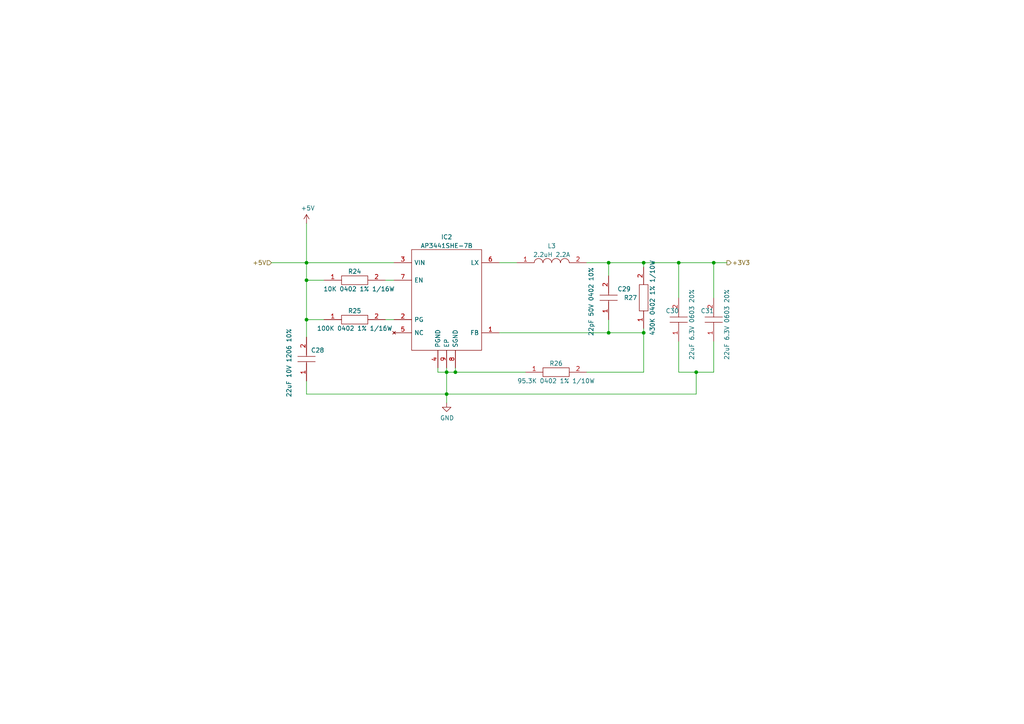
<source format=kicad_sch>
(kicad_sch (version 20231120) (generator "eeschema") (generator_version "8.0")
  (paper "A4")
  (title_block (date "2024-06-23") (rev "3.0") (comment 1 "info@vng.com.pl"))
  (lib_symbols
    (symbol "global_lib:1239AS-H-2R2M=P2" (pin_names (offset 0.762))
      (property "Reference" "L" (at 16.51 6.35 0))
      (property "Value" "1239AS-H-2R2M=P2" (at 16.51 3.81 0))
      (symbol "1239AS-H-2R2M=P2_0_0"
        (pin passive line (at 0 0 0) (length 5.08) (name "~") (number "1"))
        (pin passive line (at 20.32 0 180) (length 5.08) (name "~") (number "2"))
      )
      (symbol "1239AS-H-2R2M=P2_0_1"
        (arc (start 7.62 0) (mid 6.35 1.2202) (end 5.08 0) (stroke (width 0.1524)))
        (arc (start 10.16 0) (mid 8.89 1.2202) (end 7.62 0) (stroke (width 0.1524)))
        (arc (start 12.7 0) (mid 11.43 1.2202) (end 10.16 0) (stroke (width 0.1524)))
        (arc (start 15.24 0) (mid 13.97 1.2202) (end 12.7 0) (stroke (width 0.1524)))
      )
    )
    (symbol "global_lib:AC0402FR-0710KL" (pin_names (offset 0.762))
      (property "Reference" "R" (at 13.97 6.35 0))
      (property "Value" "AC0402FR-0710KL" (at 13.97 3.81 0))
      (symbol "AC0402FR-0710KL_0_0"
        (pin passive line (at 0 0 0) (length 5.08) (name "~") (number "1"))
        (pin passive line (at 17.78 0 180) (length 5.08) (name "~") (number "2"))
      )
      (symbol "AC0402FR-0710KL_0_1"
        (polyline (pts (xy 5.08 1.27) (xy 12.7 1.27) (xy 12.7 -1.27) (xy 5.08 -1.27) (xy 5.08 1.27)) (stroke (width 0.1524)))
      )
    )
    (symbol "global_lib:AP3441SHE-7B" (pin_names (offset 0.762))
      (property "Reference" "IC" (at 26.67 7.62 0))
      (property "Value" "AP3441SHE-7B" (at 26.67 5.08 0))
      (symbol "AP3441SHE-7B_0_0"
        (pin passive line (at 30.48 -10.16 180) (length 5.08) (name "FB") (number "1"))
        (pin passive line (at 0 -6.35 0) (length 5.08) (name "PG") (number "2"))
        (pin passive line (at 0 10.16 0) (length 5.08) (name "VIN") (number "3"))
        (pin passive line (at 12.7 -20.32 90) (length 5.08) (name "PGND") (number "4"))
        (pin no_connect line (at 0 -10.16 0) (length 5.08) (name "NC") (number "5"))
        (pin passive line (at 30.48 10.16 180) (length 5.08) (name "LX") (number "6"))
        (pin passive line (at 0 5.08 0) (length 5.08) (name "EN") (number "7"))
        (pin passive line (at 17.78 -20.32 90) (length 5.08) (name "SGND") (number "8"))
        (pin passive line (at 15.24 -20.32 90) (length 5.08) (name "EP") (number "9"))
      )
      (symbol "AP3441SHE-7B_0_1"
        (polyline (pts (xy 5.08 13.97) (xy 25.4 13.97) (xy 25.4 -15.24) (xy 5.08 -15.24) (xy 5.08 13.97)) (stroke (width 0.1524)))
      )
    )
    (symbol "global_lib:C0402C220K5RACTU" (pin_names (offset 0.762))
      (property "Reference" "C" (at 8.89 6.35 0))
      (property "Value" "C0402C220K5RACTU" (at 8.89 3.81 0))
      (symbol "C0402C220K5RACTU_0_0"
        (pin passive line (at 0 0 0) (length 5.08) (name "~") (number "1"))
        (pin passive line (at 12.7 0 180) (length 5.08) (name "~") (number "2"))
      )
      (symbol "C0402C220K5RACTU_0_1"
        (polyline (pts (xy 5.08 0) (xy 5.588 0)) (stroke (width 0.1524)))
        (polyline (pts (xy 5.588 2.54) (xy 5.588 -2.54)) (stroke (width 0.1524)))
        (polyline (pts (xy 7.112 0) (xy 7.62 0)) (stroke (width 0.1524)))
        (polyline (pts (xy 7.112 2.54) (xy 7.112 -2.54)) (stroke (width 0.1524)))
      )
    )
    (symbol "global_lib:ERJ-U02F4303X" (pin_names (offset 0.762))
      (property "Reference" "R" (at 13.97 6.35 0))
      (property "Value" "ERJ-U02F4303X" (at 13.97 3.81 0))
      (symbol "ERJ-U02F4303X_0_0"
        (pin passive line (at 0 0 0) (length 5.08) (name "~") (number "1"))
        (pin passive line (at 17.78 0 180) (length 5.08) (name "~") (number "2"))
      )
      (symbol "ERJ-U02F4303X_0_1"
        (polyline (pts (xy 5.08 1.27) (xy 12.7 1.27) (xy 12.7 -1.27) (xy 5.08 -1.27) (xy 5.08 1.27)) (stroke (width 0.1524)))
      )
    )
    (symbol "global_lib:ERJ-U02F9532X" (pin_names (offset 0.762))
      (property "Reference" "R" (at 13.97 6.35 0))
      (property "Value" "ERJ-U02F9532X" (at 13.97 3.81 0))
      (symbol "ERJ-U02F9532X_0_0"
        (pin passive line (at 0 0 0) (length 5.08) (name "~") (number "1"))
        (pin passive line (at 17.78 0 180) (length 5.08) (name "~") (number "2"))
      )
      (symbol "ERJ-U02F9532X_0_1"
        (polyline (pts (xy 5.08 1.27) (xy 12.7 1.27) (xy 12.7 -1.27) (xy 5.08 -1.27) (xy 5.08 1.27)) (stroke (width 0.1524)))
      )
    )
    (symbol "global_lib:GRM188R60J226MEA0D" (pin_names (offset 0.762))
      (property "Reference" "C" (at 8.89 6.35 0))
      (property "Value" "GRM188R60J226MEA0D" (at 8.89 3.81 0))
      (symbol "GRM188R60J226MEA0D_0_0"
        (pin passive line (at 0 0 0) (length 5.08) (name "~") (number "1"))
        (pin passive line (at 12.7 0 180) (length 5.08) (name "~") (number "2"))
      )
      (symbol "GRM188R60J226MEA0D_0_1"
        (polyline (pts (xy 5.08 0) (xy 5.588 0)) (stroke (width 0.1524)))
        (polyline (pts (xy 5.588 2.54) (xy 5.588 -2.54)) (stroke (width 0.1524)))
        (polyline (pts (xy 7.112 0) (xy 7.62 0)) (stroke (width 0.1524)))
        (polyline (pts (xy 7.112 2.54) (xy 7.112 -2.54)) (stroke (width 0.1524)))
      )
    )
    (symbol "global_lib:GRM31CR71A226KE15L" (pin_names (offset 0.762))
      (property "Reference" "C" (at 8.89 6.35 0))
      (property "Value" "GRM31CR71A226KE15L" (at 8.89 3.81 0))
      (symbol "GRM31CR71A226KE15L_0_0"
        (pin passive line (at 0 0 0) (length 5.08) (name "~") (number "1"))
        (pin passive line (at 12.7 0 180) (length 5.08) (name "~") (number "2"))
      )
      (symbol "GRM31CR71A226KE15L_0_1"
        (polyline (pts (xy 5.08 0) (xy 5.588 0)) (stroke (width 0.1524)))
        (polyline (pts (xy 5.588 2.54) (xy 5.588 -2.54)) (stroke (width 0.1524)))
        (polyline (pts (xy 7.112 0) (xy 7.62 0)) (stroke (width 0.1524)))
        (polyline (pts (xy 7.112 2.54) (xy 7.112 -2.54)) (stroke (width 0.1524)))
      )
    )
    (symbol "global_lib:SFR01MZPF1003" (pin_names (offset 0.762))
      (property "Reference" "R" (at 13.97 6.35 0))
      (property "Value" "SFR01MZPF1003" (at 13.97 3.81 0))
      (symbol "SFR01MZPF1003_0_0"
        (pin passive line (at 0 0 0) (length 5.08) (name "~") (number "1"))
        (pin passive line (at 17.78 0 180) (length 5.08) (name "~") (number "2"))
      )
      (symbol "SFR01MZPF1003_0_1"
        (polyline (pts (xy 5.08 1.27) (xy 12.7 1.27) (xy 12.7 -1.27) (xy 5.08 -1.27) (xy 5.08 1.27)) (stroke (width 0.1524)))
      )
    )
    (symbol "power:+5V" (power) (pin_names (offset 0))
      (property "Value" "+5V" (at 0 3.556 0))
      (symbol "+5V_0_1"
        (polyline (pts (xy -0.762 1.27) (xy 0 2.54)))
        (polyline (pts (xy 0 0) (xy 0 2.54)))
        (polyline (pts (xy 0 2.54) (xy 0.762 1.27)))
      )
      (symbol "+5V_1_1"
        (pin power_in line (at 0 0 90) (length 0) hide (name "+5V") (number "1"))
      )
    )
    (symbol "power:GND" (power) (pin_names (offset 0))
      (property "Value" "GND" (at 0 -3.81 0))
      (symbol "GND_0_1"
        (polyline (pts (xy 0 0) (xy 0 -1.27) (xy 1.27 -1.27) (xy 0 -2.54) (xy -1.27 -1.27) (xy 0 -1.27)))
      )
      (symbol "GND_1_1"
        (pin power_in line (at 0 0 270) (length 0) hide (name "GND") (number "1"))
      )
    )
  )
  (junction (at 186.69 96.52))
  (junction (at 176.53 76.2))
  (junction (at 201.93 107.95))
  (junction (at 88.9 81.28))
  (junction (at 176.53 96.52))
  (junction (at 132.08 107.95))
  (junction (at 88.9 92.71))
  (junction (at 186.69 76.2))
  (junction (at 207.01 76.2))
  (junction (at 129.54 107.95))
  (junction (at 129.54 114.3))
  (junction (at 196.85 76.2))
  (junction (at 88.9 76.2))
  (wire (pts (xy 129.54 114.3) (xy 129.54 116.84)))
  (wire (pts (xy 93.98 81.28) (xy 88.9 81.28)))
  (wire (pts (xy 144.78 96.52) (xy 176.53 96.52)))
  (wire (pts (xy 111.76 81.28) (xy 114.3 81.28)))
  (wire (pts (xy 196.85 76.2) (xy 207.01 76.2)))
  (wire (pts (xy 201.93 107.95) (xy 196.85 107.95)))
  (wire (pts (xy 78.74 76.2) (xy 88.9 76.2)))
  (wire (pts (xy 186.69 76.2) (xy 196.85 76.2)))
  (wire (pts (xy 132.08 107.95) (xy 152.4 107.95)))
  (wire (pts (xy 201.93 107.95) (xy 207.01 107.95)))
  (wire (pts (xy 88.9 64.77) (xy 88.9 76.2)))
  (wire (pts (xy 196.85 86.36) (xy 196.85 76.2)))
  (wire (pts (xy 207.01 86.36) (xy 207.01 76.2)))
  (wire (pts (xy 207.01 107.95) (xy 207.01 99.06)))
  (wire (pts (xy 207.01 76.2) (xy 210.82 76.2)))
  (wire (pts (xy 196.85 107.95) (xy 196.85 99.06)))
  (wire (pts (xy 186.69 77.47) (xy 186.69 76.2)))
  (wire (pts (xy 88.9 110.49) (xy 88.9 114.3)))
  (wire (pts (xy 88.9 92.71) (xy 88.9 97.79)))
  (wire (pts (xy 88.9 76.2) (xy 114.3 76.2)))
  (wire (pts (xy 186.69 96.52) (xy 186.69 95.25)))
  (wire (pts (xy 129.54 107.95) (xy 132.08 107.95)))
  (wire (pts (xy 170.18 76.2) (xy 176.53 76.2)))
  (wire (pts (xy 186.69 107.95) (xy 170.18 107.95)))
  (wire (pts (xy 176.53 96.52) (xy 186.69 96.52)))
  (wire (pts (xy 127 107.95) (xy 129.54 107.95)))
  (wire (pts (xy 176.53 76.2) (xy 186.69 76.2)))
  (wire (pts (xy 129.54 106.68) (xy 129.54 107.95)))
  (wire (pts (xy 129.54 107.95) (xy 129.54 114.3)))
  (wire (pts (xy 144.78 76.2) (xy 149.86 76.2)))
  (wire (pts (xy 88.9 92.71) (xy 88.9 81.28)))
  (wire (pts (xy 127 106.68) (xy 127 107.95)))
  (wire (pts (xy 186.69 96.52) (xy 186.69 107.95)))
  (wire (pts (xy 129.54 114.3) (xy 201.93 114.3)))
  (wire (pts (xy 176.53 92.71) (xy 176.53 96.52)))
  (wire (pts (xy 111.76 92.71) (xy 114.3 92.71)))
  (wire (pts (xy 176.53 80.01) (xy 176.53 76.2)))
  (wire (pts (xy 88.9 81.28) (xy 88.9 76.2)))
  (wire (pts (xy 129.54 114.3) (xy 88.9 114.3)))
  (wire (pts (xy 201.93 114.3) (xy 201.93 107.95)))
  (wire (pts (xy 132.08 106.68) (xy 132.08 107.95)))
  (wire (pts (xy 93.98 92.71) (xy 88.9 92.71)))
  (hierarchical_label "+3V3" (shape output) (at 210.82 76.2 0))
  (hierarchical_label "+5V" (shape input) (at 78.74 76.2 180))
  (symbol (lib_id "power:+5V") (at 88.9 64.77 0) (unit 1)
    (property "Reference" "#PWR039" (effects (hide yes)))
    (property "Value" "+5V" (at 89.281 60.3758 0))
  )
  (symbol (lib_id "power:GND") (at 129.54 116.84 0) (unit 1)
    (property "Reference" "#PWR040" (effects (hide yes)))
    (property "Value" "GND" (at 129.667 121.2342 0))
  )
  (symbol (lib_id "global_lib:GRM188R60J226MEA0D") (at 196.85 99.06 90) (unit 1)
    (property "Reference" "C30" (at 193.04 90.17 90) (effects (justify right)))
    (property "Value" "22uF 6.3V 0603 20%" (at 200.66 83.82 0) (effects (justify right)))
    (property "Footprint" "C_0603_1608Metric" (effects (hide yes)))
    (property "Datasheet" "https://psearch.en.murata.com/capacitor/product/GRM188R60J226MEA0%23.html" (effects (hide yes)))
    (property "Description" "Multilayer Ceramic Capacitors MLCC - SMD/SMT 0603 22uF 6.3volts *Derate Voltage/Temp" (effects (hide yes)))
    (property "Height" "0.9" (effects (hide yes)))
    (property "Manufacturer_Name" "Murata Electronics" (effects (hide yes)))
    (property "Manufacturer_Part_Number" "GRM188R60J226MEA0D" (effects (hide yes)))
    (property "Mouser Part Number" "81-GRM188R60J226ME0D" (effects (hide yes)))
    (property "Mouser Price/Stock" "https://www.mouser.co.uk/ProductDetail/Murata-Electronics/GRM188R60J226MEA0D?qs=p%2FZgMVRdWRkAKoLX3oNjgw%3D%3D" (effects (hide yes)))
    (property "Arrow Part Number" "GRM188R60J226MEA0D" (effects (hide yes)))
    (property "Arrow Price/Stock" "https://www.arrow.com/en/products/grm188r60j226mea0d/murata-manufacturing?region=nac" (effects (hide yes)))
  )
  (symbol (lib_id "global_lib:GRM31CR71A226KE15L") (at 88.9 110.49 90) (unit 1)
    (property "Reference" "C28" (at 90.17 101.6 90) (effects (justify right)))
    (property "Value" "22uF 10V 1206 10%" (at 83.82 95.25 0) (effects (justify right)))
    (property "Footprint" "C_1206_3216Metric" (effects (hide yes)))
    (property "Datasheet" "https://datasheet.datasheetarchive.com/originals/distributors/Datasheets_SAMA/ec4f1577dddcc7a13ddad897a28002d3.pdf" (effects (hide yes)))
    (property "Description" "Ceramic  SMT capacitor 22uF 10Vdc Murata 1206 GRM 22uF Ceramic Multilayer Capacitor, 10 V dc, +125C, X7R Dielectric, +/-10%" (effects (hide yes)))
    (property "Height" "1.8" (effects (hide yes)))
    (property "Manufacturer_Name" "Murata Electronics" (effects (hide yes)))
    (property "Manufacturer_Part_Number" "GRM31CR71A226KE15L" (effects (hide yes)))
    (property "Mouser Part Number" "81-GRM31CR71A226K15L" (effects (hide yes)))
    (property "Mouser Price/Stock" "https://www.mouser.co.uk/ProductDetail/Murata-Electronics/GRM31CR71A226KE15L?qs=%2FBLjsTEvPnhfnPGA5Hlk4g%3D%3D" (effects (hide yes)))
    (property "Arrow Part Number" "GRM31CR71A226KE15L" (effects (hide yes)))
    (property "Arrow Price/Stock" "https://www.arrow.com/en/products/grm31cr71a226ke15l/murata-manufacturing?region=nac" (effects (hide yes)))
  )
  (symbol (lib_id "global_lib:GRM188R60J226MEA0D") (at 207.01 99.06 90) (unit 1)
    (property "Reference" "C31" (at 203.2 90.17 90) (effects (justify right)))
    (property "Value" "22uF 6.3V 0603 20%" (at 210.82 83.82 0) (effects (justify right)))
    (property "Footprint" "C_0603_1608Metric" (effects (hide yes)))
    (property "Datasheet" "https://psearch.en.murata.com/capacitor/product/GRM188R60J226MEA0%23.html" (effects (hide yes)))
    (property "Description" "Multilayer Ceramic Capacitors MLCC - SMD/SMT 0603 22uF 6.3volts *Derate Voltage/Temp" (effects (hide yes)))
    (property "Height" "0.9" (effects (hide yes)))
    (property "Manufacturer_Name" "Murata Electronics" (effects (hide yes)))
    (property "Manufacturer_Part_Number" "GRM188R60J226MEA0D" (effects (hide yes)))
    (property "Mouser Part Number" "81-GRM188R60J226ME0D" (effects (hide yes)))
    (property "Mouser Price/Stock" "https://www.mouser.co.uk/ProductDetail/Murata-Electronics/GRM188R60J226MEA0D?qs=p%2FZgMVRdWRkAKoLX3oNjgw%3D%3D" (effects (hide yes)))
    (property "Arrow Part Number" "GRM188R60J226MEA0D" (effects (hide yes)))
    (property "Arrow Price/Stock" "https://www.arrow.com/en/products/grm188r60j226mea0d/murata-manufacturing?region=nac" (effects (hide yes)))
  )
  (symbol (lib_id "global_lib:AP3441SHE-7B") (at 114.3 86.36 0) (unit 1) (in_bom no)
    (property "Reference" "IC2" (at 129.54 68.741 0))
    (property "Value" "AP3441SHE-7B" (at 129.54 71.2779 0))
    (property "Footprint" "SON50P201X201X60-9N-D" (effects (hide yes)))
    (property "Datasheet" "https://www.diodes.com/assets/Datasheets/AP3441-L.pdf" (effects (hide yes)))
    (property "Description" "Switching Voltage Regulators DCDC Conv LV Buck" (effects (hide yes)))
    (property "Height" "0.6" (effects (hide yes)))
    (property "Manufacturer_Name" "Diodes Inc." (effects (hide yes)))
    (property "Manufacturer_Part_Number" "AP3441SHE-7B" (effects (hide yes)))
    (property "Mouser Part Number" "621-AP3441SHE-7B" (effects (hide yes)))
    (property "Mouser Price/Stock" "https://www.mouser.co.uk/ProductDetail/Diodes-Incorporated/AP3441SHE-7B?qs=wUXugUrL1qwsM8sMU6r4Ag%3D%3D" (effects (hide yes)))
  )
  (symbol (lib_id "global_lib:C0402C220K5RACTU") (at 176.53 92.71 90) (unit 1)
    (property "Reference" "C29" (at 179.07 83.82 90) (effects (justify right)))
    (property "Value" "22pF 50V 0402 10%" (at 171.45 77.47 0) (effects (justify right)))
    (property "Footprint" "C_0402_1005Metric" (effects (hide yes)))
    (property "Datasheet" "https://content.kemet.com/datasheets/KEM_C1002_X7R_SMD.pdf" (effects (hide yes)))
    (property "Description" "Multilayer Ceramic Capacitors MLCC - SMD/SMT 50V 22pF X7R 0402 0.1" (effects (hide yes)))
    (property "Height" "0.55" (effects (hide yes)))
    (property "Manufacturer_Name" "Kemet" (effects (hide yes)))
    (property "Manufacturer_Part_Number" "C0402C220K5RACTU" (effects (hide yes)))
    (property "Mouser Part Number" "80-C0402C220K5RACTU" (effects (hide yes)))
    (property "Mouser Price/Stock" "https://www.mouser.co.uk/ProductDetail/KEMET/C0402C220K5RACTU?qs=Em4Ro3wiPJgdnID6FiQp3A%3D%3D" (effects (hide yes)))
    (property "Arrow Part Number" "C0402C220K5RACTU" (effects (hide yes)))
    (property "Arrow Price/Stock" "https://www.arrow.com/en/products/c0402c220k5ractu/kemet-corporation?region=nac" (effects (hide yes)))
  )
  (symbol (lib_id "global_lib:ERJ-U02F4303X") (at 186.69 95.25 90) (unit 1)
    (property "Reference" "R27" (at 182.88 86.36 90))
    (property "Value" "430K 0402 1% 1/10W" (at 189.23 86.36 0))
    (property "Footprint" "R_0402_1005Metric" (effects (hide yes)))
    (property "Datasheet" "https://industrial.panasonic.com/cdbs/www-data/pdf/RDP0000/AOA0000C334.pdf" (effects (hide yes)))
    (property "Description" "Anti-Sulfurated Thick Film Chip Resistor, 0402, 0.1W" (effects (hide yes)))
    (property "Height" "0.4" (effects (hide yes)))
    (property "Manufacturer_Name" "Panasonic" (effects (hide yes)))
    (property "Manufacturer_Part_Number" "ERJ-U02F4303X" (effects (hide yes)))
  )
  (symbol (lib_id "global_lib:1239AS-H-2R2M=P2") (at 149.86 76.2 0) (unit 1)
    (property "Reference" "L3" (at 160.02 71.3308 0))
    (property "Value" "2.2uH 2.2A" (at 160.02 73.8677 0))
    (property "Footprint" "DFE2HCAH1R0MJ0L" (effects (hide yes)))
    (property "Datasheet" "https://psearch.en.murata.com/inductor/product/1239AS-H-2R2M%23.html" (effects (hide yes)))
    (property "Description" "DFE252012C Series Inductor 2.2uH +/-20% 1008 (2520)" (effects (hide yes)))
    (property "Height" "1.2" (effects (hide yes)))
    (property "Manufacturer_Name" "Murata Electronics" (effects (hide yes)))
    (property "Manufacturer_Part_Number" "1239AS-H-2R2M=P2" (effects (hide yes)))
    (property "Mouser Part Number" "81-1239AS-H-2R2MP2" (effects (hide yes)))
    (property "Mouser Price/Stock" "https://www.mouser.co.uk/ProductDetail/Murata-Electronics/1239AS-H-2R2M%3dP2?qs=KuGPmAKtFKVJBsDE%2Fj0xzA%3D%3D" (effects (hide yes)))
    (property "Arrow Part Number" "1239AS-H-2R2M=P2" (effects (hide yes)))
    (property "Arrow Price/Stock" "https://www.arrow.com/en/products/1239as-h-2r2mp2/murata-manufacturing?region=nac" (effects (hide yes)))
  )
  (symbol (lib_id "global_lib:AC0402FR-0710KL") (at 93.98 81.28 0) (unit 1)
    (property "Reference" "R24" (at 102.87 78.74 0))
    (property "Value" "10K 0402 1% 1/16W" (at 104.14 83.82 0))
    (property "Footprint" "R_0402_1005Metric" (effects (hide yes)))
    (property "Datasheet" "https://www.yageo.com/upload/media/product/productsearch/datasheet/rchip/PYu-AC_51_RoHS_L_7.pdf" (effects (hide yes)))
    (property "Description" "Yageo 10k, 0402 Thick Film Resistor 1% 0.0625W - AC0402FR-0710KL" (effects (hide yes)))
    (property "Height" "0.37" (effects (hide yes)))
    (property "Manufacturer_Name" "YAGEO (PHYCOMP)" (effects (hide yes)))
    (property "Manufacturer_Part_Number" "AC0402FR-0710KL" (effects (hide yes)))
    (property "Mouser Part Number" "603-AC0402FR-0710KL" (effects (hide yes)))
    (property "Mouser Price/Stock" "https://www.mouser.co.uk/ProductDetail/Yageo/AC0402FR-0710KL?qs=yhV1fb9g%2FKYkR5U3B7upEQ%3D%3D" (effects (hide yes)))
    (property "Arrow Part Number" "AC0402FR-0710KL" (effects (hide yes)))
    (property "Arrow Price/Stock" "https://www.arrow.com/en/products/ac0402fr-0710kl/yageo" (effects (hide yes)))
  )
  (symbol (lib_id "global_lib:ERJ-U02F9532X") (at 152.4 107.95 0) (unit 1)
    (property "Reference" "R26" (at 161.29 105.41 0))
    (property "Value" "95.3K 0402 1% 1/10W" (at 161.29 110.49 0))
    (property "Footprint" "R_0402_1005Metric" (effects (hide yes)))
    (property "Datasheet" "https://industrial.panasonic.com/cdbs/www-data/pdf/RDP0000/AOA0000C334.pdf" (effects (hide yes)))
    (property "Description" "Anti-Sulfurated Thick Film Chip Resistor, 0402, 0.1W" (effects (hide yes)))
    (property "Height" "0.4" (effects (hide yes)))
    (property "Manufacturer_Name" "Panasonic" (effects (hide yes)))
    (property "Manufacturer_Part_Number" "ERJ-U02F9532X" (effects (hide yes)))
    (property "Mouser Part Number" "667-ERJ-U02F9532X" (effects (hide yes)))
    (property "Mouser Price/Stock" "https://www.mouser.co.uk/ProductDetail/Panasonic/ERJ-U02F9532X?qs=CBysBIMljthB2IL%2FnqHiBA%3D%3D" (effects (hide yes)))
  )
  (symbol (lib_id "global_lib:SFR01MZPF1003") (at 93.98 92.71 0) (unit 1)
    (property "Reference" "R25" (at 102.87 90.17 0))
    (property "Value" "100K 0402 1% 1/16W" (at 102.87 95.25 0))
    (property "Footprint" "R_0402_1005Metric" (effects (hide yes)))
    (property "Datasheet" "https://fscdn.rohm.com/en/products/databook/datasheet/passive/resistor/chip_resistor/sfr-e.pdf" (effects (hide yes)))
    (property "Description" "Thick Film Resistors - SMD 0402 100Kohm 1% Anti-Sulfur AEC-Q200" (effects (hide yes)))
    (property "Height" "0.4" (effects (hide yes)))
    (property "Manufacturer_Name" "ROHM Semiconductor" (effects (hide yes)))
    (property "Manufacturer_Part_Number" "SFR01MZPF1003" (effects (hide yes)))
    (property "Mouser Part Number" "755-SFR01MZPF1003" (effects (hide yes)))
    (property "Mouser Price/Stock" "https://www.mouser.co.uk/ProductDetail/ROHM-Semiconductor/SFR01MZPF1003?qs=Mv7BduZupUj2RFL5gMaKTg%3D%3D" (effects (hide yes)))
  )
)
</source>
